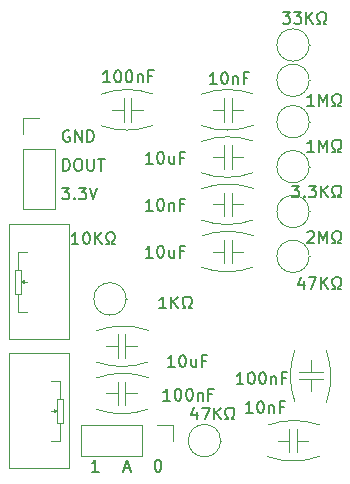
<source format=gto>
%TF.GenerationSoftware,KiCad,Pcbnew,8.0.5*%
%TF.CreationDate,2024-10-26T00:27:54+08:00*%
%TF.ProjectId,BISS0001_SOP-16_TH,42495353-3030-4303-915f-534f502d3136,rev?*%
%TF.SameCoordinates,Original*%
%TF.FileFunction,Legend,Top*%
%TF.FilePolarity,Positive*%
%FSLAX46Y46*%
G04 Gerber Fmt 4.6, Leading zero omitted, Abs format (unit mm)*
G04 Created by KiCad (PCBNEW 8.0.5) date 2024-10-26 00:27:54*
%MOMM*%
%LPD*%
G01*
G04 APERTURE LIST*
%ADD10C,0.150000*%
%ADD11C,0.120000*%
G04 APERTURE END LIST*
D10*
X80560588Y-76767438D02*
X80465350Y-76719819D01*
X80465350Y-76719819D02*
X80322493Y-76719819D01*
X80322493Y-76719819D02*
X80179636Y-76767438D01*
X80179636Y-76767438D02*
X80084398Y-76862676D01*
X80084398Y-76862676D02*
X80036779Y-76957914D01*
X80036779Y-76957914D02*
X79989160Y-77148390D01*
X79989160Y-77148390D02*
X79989160Y-77291247D01*
X79989160Y-77291247D02*
X80036779Y-77481723D01*
X80036779Y-77481723D02*
X80084398Y-77576961D01*
X80084398Y-77576961D02*
X80179636Y-77672200D01*
X80179636Y-77672200D02*
X80322493Y-77719819D01*
X80322493Y-77719819D02*
X80417731Y-77719819D01*
X80417731Y-77719819D02*
X80560588Y-77672200D01*
X80560588Y-77672200D02*
X80608207Y-77624580D01*
X80608207Y-77624580D02*
X80608207Y-77291247D01*
X80608207Y-77291247D02*
X80417731Y-77291247D01*
X81036779Y-77719819D02*
X81036779Y-76719819D01*
X81036779Y-76719819D02*
X81608207Y-77719819D01*
X81608207Y-77719819D02*
X81608207Y-76719819D01*
X82084398Y-77719819D02*
X82084398Y-76719819D01*
X82084398Y-76719819D02*
X82322493Y-76719819D01*
X82322493Y-76719819D02*
X82465350Y-76767438D01*
X82465350Y-76767438D02*
X82560588Y-76862676D01*
X82560588Y-76862676D02*
X82608207Y-76957914D01*
X82608207Y-76957914D02*
X82655826Y-77148390D01*
X82655826Y-77148390D02*
X82655826Y-77291247D01*
X82655826Y-77291247D02*
X82608207Y-77481723D01*
X82608207Y-77481723D02*
X82560588Y-77576961D01*
X82560588Y-77576961D02*
X82465350Y-77672200D01*
X82465350Y-77672200D02*
X82322493Y-77719819D01*
X82322493Y-77719819D02*
X82084398Y-77719819D01*
X80036779Y-80144819D02*
X80036779Y-79144819D01*
X80036779Y-79144819D02*
X80274874Y-79144819D01*
X80274874Y-79144819D02*
X80417731Y-79192438D01*
X80417731Y-79192438D02*
X80512969Y-79287676D01*
X80512969Y-79287676D02*
X80560588Y-79382914D01*
X80560588Y-79382914D02*
X80608207Y-79573390D01*
X80608207Y-79573390D02*
X80608207Y-79716247D01*
X80608207Y-79716247D02*
X80560588Y-79906723D01*
X80560588Y-79906723D02*
X80512969Y-80001961D01*
X80512969Y-80001961D02*
X80417731Y-80097200D01*
X80417731Y-80097200D02*
X80274874Y-80144819D01*
X80274874Y-80144819D02*
X80036779Y-80144819D01*
X81227255Y-79144819D02*
X81417731Y-79144819D01*
X81417731Y-79144819D02*
X81512969Y-79192438D01*
X81512969Y-79192438D02*
X81608207Y-79287676D01*
X81608207Y-79287676D02*
X81655826Y-79478152D01*
X81655826Y-79478152D02*
X81655826Y-79811485D01*
X81655826Y-79811485D02*
X81608207Y-80001961D01*
X81608207Y-80001961D02*
X81512969Y-80097200D01*
X81512969Y-80097200D02*
X81417731Y-80144819D01*
X81417731Y-80144819D02*
X81227255Y-80144819D01*
X81227255Y-80144819D02*
X81132017Y-80097200D01*
X81132017Y-80097200D02*
X81036779Y-80001961D01*
X81036779Y-80001961D02*
X80989160Y-79811485D01*
X80989160Y-79811485D02*
X80989160Y-79478152D01*
X80989160Y-79478152D02*
X81036779Y-79287676D01*
X81036779Y-79287676D02*
X81132017Y-79192438D01*
X81132017Y-79192438D02*
X81227255Y-79144819D01*
X82084398Y-79144819D02*
X82084398Y-79954342D01*
X82084398Y-79954342D02*
X82132017Y-80049580D01*
X82132017Y-80049580D02*
X82179636Y-80097200D01*
X82179636Y-80097200D02*
X82274874Y-80144819D01*
X82274874Y-80144819D02*
X82465350Y-80144819D01*
X82465350Y-80144819D02*
X82560588Y-80097200D01*
X82560588Y-80097200D02*
X82608207Y-80049580D01*
X82608207Y-80049580D02*
X82655826Y-79954342D01*
X82655826Y-79954342D02*
X82655826Y-79144819D01*
X82989160Y-79144819D02*
X83560588Y-79144819D01*
X83274874Y-80144819D02*
X83274874Y-79144819D01*
X79941541Y-81569819D02*
X80560588Y-81569819D01*
X80560588Y-81569819D02*
X80227255Y-81950771D01*
X80227255Y-81950771D02*
X80370112Y-81950771D01*
X80370112Y-81950771D02*
X80465350Y-81998390D01*
X80465350Y-81998390D02*
X80512969Y-82046009D01*
X80512969Y-82046009D02*
X80560588Y-82141247D01*
X80560588Y-82141247D02*
X80560588Y-82379342D01*
X80560588Y-82379342D02*
X80512969Y-82474580D01*
X80512969Y-82474580D02*
X80465350Y-82522200D01*
X80465350Y-82522200D02*
X80370112Y-82569819D01*
X80370112Y-82569819D02*
X80084398Y-82569819D01*
X80084398Y-82569819D02*
X79989160Y-82522200D01*
X79989160Y-82522200D02*
X79941541Y-82474580D01*
X80989160Y-82474580D02*
X81036779Y-82522200D01*
X81036779Y-82522200D02*
X80989160Y-82569819D01*
X80989160Y-82569819D02*
X80941541Y-82522200D01*
X80941541Y-82522200D02*
X80989160Y-82474580D01*
X80989160Y-82474580D02*
X80989160Y-82569819D01*
X81370112Y-81569819D02*
X81989159Y-81569819D01*
X81989159Y-81569819D02*
X81655826Y-81950771D01*
X81655826Y-81950771D02*
X81798683Y-81950771D01*
X81798683Y-81950771D02*
X81893921Y-81998390D01*
X81893921Y-81998390D02*
X81941540Y-82046009D01*
X81941540Y-82046009D02*
X81989159Y-82141247D01*
X81989159Y-82141247D02*
X81989159Y-82379342D01*
X81989159Y-82379342D02*
X81941540Y-82474580D01*
X81941540Y-82474580D02*
X81893921Y-82522200D01*
X81893921Y-82522200D02*
X81798683Y-82569819D01*
X81798683Y-82569819D02*
X81512969Y-82569819D01*
X81512969Y-82569819D02*
X81417731Y-82522200D01*
X81417731Y-82522200D02*
X81370112Y-82474580D01*
X82274874Y-81569819D02*
X82608207Y-82569819D01*
X82608207Y-82569819D02*
X82941540Y-81569819D01*
X85186779Y-105334104D02*
X85662969Y-105334104D01*
X85091541Y-105619819D02*
X85424874Y-104619819D01*
X85424874Y-104619819D02*
X85758207Y-105619819D01*
X88027255Y-104619819D02*
X88122493Y-104619819D01*
X88122493Y-104619819D02*
X88217731Y-104667438D01*
X88217731Y-104667438D02*
X88265350Y-104715057D01*
X88265350Y-104715057D02*
X88312969Y-104810295D01*
X88312969Y-104810295D02*
X88360588Y-105000771D01*
X88360588Y-105000771D02*
X88360588Y-105238866D01*
X88360588Y-105238866D02*
X88312969Y-105429342D01*
X88312969Y-105429342D02*
X88265350Y-105524580D01*
X88265350Y-105524580D02*
X88217731Y-105572200D01*
X88217731Y-105572200D02*
X88122493Y-105619819D01*
X88122493Y-105619819D02*
X88027255Y-105619819D01*
X88027255Y-105619819D02*
X87932017Y-105572200D01*
X87932017Y-105572200D02*
X87884398Y-105524580D01*
X87884398Y-105524580D02*
X87836779Y-105429342D01*
X87836779Y-105429342D02*
X87789160Y-105238866D01*
X87789160Y-105238866D02*
X87789160Y-105000771D01*
X87789160Y-105000771D02*
X87836779Y-104810295D01*
X87836779Y-104810295D02*
X87884398Y-104715057D01*
X87884398Y-104715057D02*
X87932017Y-104667438D01*
X87932017Y-104667438D02*
X88027255Y-104619819D01*
X83060588Y-105619819D02*
X82489160Y-105619819D01*
X82774874Y-105619819D02*
X82774874Y-104619819D01*
X82774874Y-104619819D02*
X82679636Y-104762676D01*
X82679636Y-104762676D02*
X82584398Y-104857914D01*
X82584398Y-104857914D02*
X82489160Y-104905533D01*
X101297619Y-74654819D02*
X100726191Y-74654819D01*
X101011905Y-74654819D02*
X101011905Y-73654819D01*
X101011905Y-73654819D02*
X100916667Y-73797676D01*
X100916667Y-73797676D02*
X100821429Y-73892914D01*
X100821429Y-73892914D02*
X100726191Y-73940533D01*
X101726191Y-74654819D02*
X101726191Y-73654819D01*
X101726191Y-73654819D02*
X102059524Y-74369104D01*
X102059524Y-74369104D02*
X102392857Y-73654819D01*
X102392857Y-73654819D02*
X102392857Y-74654819D01*
X102821429Y-74654819D02*
X103059524Y-74654819D01*
X103059524Y-74654819D02*
X103059524Y-74464342D01*
X103059524Y-74464342D02*
X102964286Y-74416723D01*
X102964286Y-74416723D02*
X102869048Y-74321485D01*
X102869048Y-74321485D02*
X102821429Y-74178628D01*
X102821429Y-74178628D02*
X102821429Y-73940533D01*
X102821429Y-73940533D02*
X102869048Y-73797676D01*
X102869048Y-73797676D02*
X102964286Y-73702438D01*
X102964286Y-73702438D02*
X103107143Y-73654819D01*
X103107143Y-73654819D02*
X103297619Y-73654819D01*
X103297619Y-73654819D02*
X103440476Y-73702438D01*
X103440476Y-73702438D02*
X103535714Y-73797676D01*
X103535714Y-73797676D02*
X103583333Y-73940533D01*
X103583333Y-73940533D02*
X103583333Y-74178628D01*
X103583333Y-74178628D02*
X103535714Y-74321485D01*
X103535714Y-74321485D02*
X103440476Y-74416723D01*
X103440476Y-74416723D02*
X103345238Y-74464342D01*
X103345238Y-74464342D02*
X103345238Y-74654819D01*
X103345238Y-74654819D02*
X103583333Y-74654819D01*
X100392857Y-89488152D02*
X100392857Y-90154819D01*
X100154762Y-89107200D02*
X99916667Y-89821485D01*
X99916667Y-89821485D02*
X100535714Y-89821485D01*
X100821429Y-89154819D02*
X101488095Y-89154819D01*
X101488095Y-89154819D02*
X101059524Y-90154819D01*
X101869048Y-90154819D02*
X101869048Y-89154819D01*
X102440476Y-90154819D02*
X102011905Y-89583390D01*
X102440476Y-89154819D02*
X101869048Y-89726247D01*
X102821429Y-90154819D02*
X103059524Y-90154819D01*
X103059524Y-90154819D02*
X103059524Y-89964342D01*
X103059524Y-89964342D02*
X102964286Y-89916723D01*
X102964286Y-89916723D02*
X102869048Y-89821485D01*
X102869048Y-89821485D02*
X102821429Y-89678628D01*
X102821429Y-89678628D02*
X102821429Y-89440533D01*
X102821429Y-89440533D02*
X102869048Y-89297676D01*
X102869048Y-89297676D02*
X102964286Y-89202438D01*
X102964286Y-89202438D02*
X103107143Y-89154819D01*
X103107143Y-89154819D02*
X103297619Y-89154819D01*
X103297619Y-89154819D02*
X103440476Y-89202438D01*
X103440476Y-89202438D02*
X103535714Y-89297676D01*
X103535714Y-89297676D02*
X103583333Y-89440533D01*
X103583333Y-89440533D02*
X103583333Y-89678628D01*
X103583333Y-89678628D02*
X103535714Y-89821485D01*
X103535714Y-89821485D02*
X103440476Y-89916723D01*
X103440476Y-89916723D02*
X103345238Y-89964342D01*
X103345238Y-89964342D02*
X103345238Y-90154819D01*
X103345238Y-90154819D02*
X103583333Y-90154819D01*
X91342857Y-100538152D02*
X91342857Y-101204819D01*
X91104762Y-100157200D02*
X90866667Y-100871485D01*
X90866667Y-100871485D02*
X91485714Y-100871485D01*
X91771429Y-100204819D02*
X92438095Y-100204819D01*
X92438095Y-100204819D02*
X92009524Y-101204819D01*
X92819048Y-101204819D02*
X92819048Y-100204819D01*
X93390476Y-101204819D02*
X92961905Y-100633390D01*
X93390476Y-100204819D02*
X92819048Y-100776247D01*
X93771429Y-101204819D02*
X94009524Y-101204819D01*
X94009524Y-101204819D02*
X94009524Y-101014342D01*
X94009524Y-101014342D02*
X93914286Y-100966723D01*
X93914286Y-100966723D02*
X93819048Y-100871485D01*
X93819048Y-100871485D02*
X93771429Y-100728628D01*
X93771429Y-100728628D02*
X93771429Y-100490533D01*
X93771429Y-100490533D02*
X93819048Y-100347676D01*
X93819048Y-100347676D02*
X93914286Y-100252438D01*
X93914286Y-100252438D02*
X94057143Y-100204819D01*
X94057143Y-100204819D02*
X94247619Y-100204819D01*
X94247619Y-100204819D02*
X94390476Y-100252438D01*
X94390476Y-100252438D02*
X94485714Y-100347676D01*
X94485714Y-100347676D02*
X94533333Y-100490533D01*
X94533333Y-100490533D02*
X94533333Y-100728628D01*
X94533333Y-100728628D02*
X94485714Y-100871485D01*
X94485714Y-100871485D02*
X94390476Y-100966723D01*
X94390476Y-100966723D02*
X94295238Y-101014342D01*
X94295238Y-101014342D02*
X94295238Y-101204819D01*
X94295238Y-101204819D02*
X94533333Y-101204819D01*
X88764285Y-91804819D02*
X88192857Y-91804819D01*
X88478571Y-91804819D02*
X88478571Y-90804819D01*
X88478571Y-90804819D02*
X88383333Y-90947676D01*
X88383333Y-90947676D02*
X88288095Y-91042914D01*
X88288095Y-91042914D02*
X88192857Y-91090533D01*
X89192857Y-91804819D02*
X89192857Y-90804819D01*
X89764285Y-91804819D02*
X89335714Y-91233390D01*
X89764285Y-90804819D02*
X89192857Y-91376247D01*
X90145238Y-91804819D02*
X90383333Y-91804819D01*
X90383333Y-91804819D02*
X90383333Y-91614342D01*
X90383333Y-91614342D02*
X90288095Y-91566723D01*
X90288095Y-91566723D02*
X90192857Y-91471485D01*
X90192857Y-91471485D02*
X90145238Y-91328628D01*
X90145238Y-91328628D02*
X90145238Y-91090533D01*
X90145238Y-91090533D02*
X90192857Y-90947676D01*
X90192857Y-90947676D02*
X90288095Y-90852438D01*
X90288095Y-90852438D02*
X90430952Y-90804819D01*
X90430952Y-90804819D02*
X90621428Y-90804819D01*
X90621428Y-90804819D02*
X90764285Y-90852438D01*
X90764285Y-90852438D02*
X90859523Y-90947676D01*
X90859523Y-90947676D02*
X90907142Y-91090533D01*
X90907142Y-91090533D02*
X90907142Y-91328628D01*
X90907142Y-91328628D02*
X90859523Y-91471485D01*
X90859523Y-91471485D02*
X90764285Y-91566723D01*
X90764285Y-91566723D02*
X90669047Y-91614342D01*
X90669047Y-91614342D02*
X90669047Y-91804819D01*
X90669047Y-91804819D02*
X90907142Y-91804819D01*
X98619048Y-66704819D02*
X99238095Y-66704819D01*
X99238095Y-66704819D02*
X98904762Y-67085771D01*
X98904762Y-67085771D02*
X99047619Y-67085771D01*
X99047619Y-67085771D02*
X99142857Y-67133390D01*
X99142857Y-67133390D02*
X99190476Y-67181009D01*
X99190476Y-67181009D02*
X99238095Y-67276247D01*
X99238095Y-67276247D02*
X99238095Y-67514342D01*
X99238095Y-67514342D02*
X99190476Y-67609580D01*
X99190476Y-67609580D02*
X99142857Y-67657200D01*
X99142857Y-67657200D02*
X99047619Y-67704819D01*
X99047619Y-67704819D02*
X98761905Y-67704819D01*
X98761905Y-67704819D02*
X98666667Y-67657200D01*
X98666667Y-67657200D02*
X98619048Y-67609580D01*
X99571429Y-66704819D02*
X100190476Y-66704819D01*
X100190476Y-66704819D02*
X99857143Y-67085771D01*
X99857143Y-67085771D02*
X100000000Y-67085771D01*
X100000000Y-67085771D02*
X100095238Y-67133390D01*
X100095238Y-67133390D02*
X100142857Y-67181009D01*
X100142857Y-67181009D02*
X100190476Y-67276247D01*
X100190476Y-67276247D02*
X100190476Y-67514342D01*
X100190476Y-67514342D02*
X100142857Y-67609580D01*
X100142857Y-67609580D02*
X100095238Y-67657200D01*
X100095238Y-67657200D02*
X100000000Y-67704819D01*
X100000000Y-67704819D02*
X99714286Y-67704819D01*
X99714286Y-67704819D02*
X99619048Y-67657200D01*
X99619048Y-67657200D02*
X99571429Y-67609580D01*
X100619048Y-67704819D02*
X100619048Y-66704819D01*
X101190476Y-67704819D02*
X100761905Y-67133390D01*
X101190476Y-66704819D02*
X100619048Y-67276247D01*
X101571429Y-67704819D02*
X101809524Y-67704819D01*
X101809524Y-67704819D02*
X101809524Y-67514342D01*
X101809524Y-67514342D02*
X101714286Y-67466723D01*
X101714286Y-67466723D02*
X101619048Y-67371485D01*
X101619048Y-67371485D02*
X101571429Y-67228628D01*
X101571429Y-67228628D02*
X101571429Y-66990533D01*
X101571429Y-66990533D02*
X101619048Y-66847676D01*
X101619048Y-66847676D02*
X101714286Y-66752438D01*
X101714286Y-66752438D02*
X101857143Y-66704819D01*
X101857143Y-66704819D02*
X102047619Y-66704819D01*
X102047619Y-66704819D02*
X102190476Y-66752438D01*
X102190476Y-66752438D02*
X102285714Y-66847676D01*
X102285714Y-66847676D02*
X102333333Y-66990533D01*
X102333333Y-66990533D02*
X102333333Y-67228628D01*
X102333333Y-67228628D02*
X102285714Y-67371485D01*
X102285714Y-67371485D02*
X102190476Y-67466723D01*
X102190476Y-67466723D02*
X102095238Y-67514342D01*
X102095238Y-67514342D02*
X102095238Y-67704819D01*
X102095238Y-67704819D02*
X102333333Y-67704819D01*
X100726191Y-85375057D02*
X100773810Y-85327438D01*
X100773810Y-85327438D02*
X100869048Y-85279819D01*
X100869048Y-85279819D02*
X101107143Y-85279819D01*
X101107143Y-85279819D02*
X101202381Y-85327438D01*
X101202381Y-85327438D02*
X101250000Y-85375057D01*
X101250000Y-85375057D02*
X101297619Y-85470295D01*
X101297619Y-85470295D02*
X101297619Y-85565533D01*
X101297619Y-85565533D02*
X101250000Y-85708390D01*
X101250000Y-85708390D02*
X100678572Y-86279819D01*
X100678572Y-86279819D02*
X101297619Y-86279819D01*
X101726191Y-86279819D02*
X101726191Y-85279819D01*
X101726191Y-85279819D02*
X102059524Y-85994104D01*
X102059524Y-85994104D02*
X102392857Y-85279819D01*
X102392857Y-85279819D02*
X102392857Y-86279819D01*
X102821429Y-86279819D02*
X103059524Y-86279819D01*
X103059524Y-86279819D02*
X103059524Y-86089342D01*
X103059524Y-86089342D02*
X102964286Y-86041723D01*
X102964286Y-86041723D02*
X102869048Y-85946485D01*
X102869048Y-85946485D02*
X102821429Y-85803628D01*
X102821429Y-85803628D02*
X102821429Y-85565533D01*
X102821429Y-85565533D02*
X102869048Y-85422676D01*
X102869048Y-85422676D02*
X102964286Y-85327438D01*
X102964286Y-85327438D02*
X103107143Y-85279819D01*
X103107143Y-85279819D02*
X103297619Y-85279819D01*
X103297619Y-85279819D02*
X103440476Y-85327438D01*
X103440476Y-85327438D02*
X103535714Y-85422676D01*
X103535714Y-85422676D02*
X103583333Y-85565533D01*
X103583333Y-85565533D02*
X103583333Y-85803628D01*
X103583333Y-85803628D02*
X103535714Y-85946485D01*
X103535714Y-85946485D02*
X103440476Y-86041723D01*
X103440476Y-86041723D02*
X103345238Y-86089342D01*
X103345238Y-86089342D02*
X103345238Y-86279819D01*
X103345238Y-86279819D02*
X103583333Y-86279819D01*
X99392858Y-81404819D02*
X100011905Y-81404819D01*
X100011905Y-81404819D02*
X99678572Y-81785771D01*
X99678572Y-81785771D02*
X99821429Y-81785771D01*
X99821429Y-81785771D02*
X99916667Y-81833390D01*
X99916667Y-81833390D02*
X99964286Y-81881009D01*
X99964286Y-81881009D02*
X100011905Y-81976247D01*
X100011905Y-81976247D02*
X100011905Y-82214342D01*
X100011905Y-82214342D02*
X99964286Y-82309580D01*
X99964286Y-82309580D02*
X99916667Y-82357200D01*
X99916667Y-82357200D02*
X99821429Y-82404819D01*
X99821429Y-82404819D02*
X99535715Y-82404819D01*
X99535715Y-82404819D02*
X99440477Y-82357200D01*
X99440477Y-82357200D02*
X99392858Y-82309580D01*
X100440477Y-82309580D02*
X100488096Y-82357200D01*
X100488096Y-82357200D02*
X100440477Y-82404819D01*
X100440477Y-82404819D02*
X100392858Y-82357200D01*
X100392858Y-82357200D02*
X100440477Y-82309580D01*
X100440477Y-82309580D02*
X100440477Y-82404819D01*
X100821429Y-81404819D02*
X101440476Y-81404819D01*
X101440476Y-81404819D02*
X101107143Y-81785771D01*
X101107143Y-81785771D02*
X101250000Y-81785771D01*
X101250000Y-81785771D02*
X101345238Y-81833390D01*
X101345238Y-81833390D02*
X101392857Y-81881009D01*
X101392857Y-81881009D02*
X101440476Y-81976247D01*
X101440476Y-81976247D02*
X101440476Y-82214342D01*
X101440476Y-82214342D02*
X101392857Y-82309580D01*
X101392857Y-82309580D02*
X101345238Y-82357200D01*
X101345238Y-82357200D02*
X101250000Y-82404819D01*
X101250000Y-82404819D02*
X100964286Y-82404819D01*
X100964286Y-82404819D02*
X100869048Y-82357200D01*
X100869048Y-82357200D02*
X100821429Y-82309580D01*
X101869048Y-82404819D02*
X101869048Y-81404819D01*
X102440476Y-82404819D02*
X102011905Y-81833390D01*
X102440476Y-81404819D02*
X101869048Y-81976247D01*
X102821429Y-82404819D02*
X103059524Y-82404819D01*
X103059524Y-82404819D02*
X103059524Y-82214342D01*
X103059524Y-82214342D02*
X102964286Y-82166723D01*
X102964286Y-82166723D02*
X102869048Y-82071485D01*
X102869048Y-82071485D02*
X102821429Y-81928628D01*
X102821429Y-81928628D02*
X102821429Y-81690533D01*
X102821429Y-81690533D02*
X102869048Y-81547676D01*
X102869048Y-81547676D02*
X102964286Y-81452438D01*
X102964286Y-81452438D02*
X103107143Y-81404819D01*
X103107143Y-81404819D02*
X103297619Y-81404819D01*
X103297619Y-81404819D02*
X103440476Y-81452438D01*
X103440476Y-81452438D02*
X103535714Y-81547676D01*
X103535714Y-81547676D02*
X103583333Y-81690533D01*
X103583333Y-81690533D02*
X103583333Y-81928628D01*
X103583333Y-81928628D02*
X103535714Y-82071485D01*
X103535714Y-82071485D02*
X103440476Y-82166723D01*
X103440476Y-82166723D02*
X103345238Y-82214342D01*
X103345238Y-82214342D02*
X103345238Y-82404819D01*
X103345238Y-82404819D02*
X103583333Y-82404819D01*
X101297619Y-78529819D02*
X100726191Y-78529819D01*
X101011905Y-78529819D02*
X101011905Y-77529819D01*
X101011905Y-77529819D02*
X100916667Y-77672676D01*
X100916667Y-77672676D02*
X100821429Y-77767914D01*
X100821429Y-77767914D02*
X100726191Y-77815533D01*
X101726191Y-78529819D02*
X101726191Y-77529819D01*
X101726191Y-77529819D02*
X102059524Y-78244104D01*
X102059524Y-78244104D02*
X102392857Y-77529819D01*
X102392857Y-77529819D02*
X102392857Y-78529819D01*
X102821429Y-78529819D02*
X103059524Y-78529819D01*
X103059524Y-78529819D02*
X103059524Y-78339342D01*
X103059524Y-78339342D02*
X102964286Y-78291723D01*
X102964286Y-78291723D02*
X102869048Y-78196485D01*
X102869048Y-78196485D02*
X102821429Y-78053628D01*
X102821429Y-78053628D02*
X102821429Y-77815533D01*
X102821429Y-77815533D02*
X102869048Y-77672676D01*
X102869048Y-77672676D02*
X102964286Y-77577438D01*
X102964286Y-77577438D02*
X103107143Y-77529819D01*
X103107143Y-77529819D02*
X103297619Y-77529819D01*
X103297619Y-77529819D02*
X103440476Y-77577438D01*
X103440476Y-77577438D02*
X103535714Y-77672676D01*
X103535714Y-77672676D02*
X103583333Y-77815533D01*
X103583333Y-77815533D02*
X103583333Y-78053628D01*
X103583333Y-78053628D02*
X103535714Y-78196485D01*
X103535714Y-78196485D02*
X103440476Y-78291723D01*
X103440476Y-78291723D02*
X103345238Y-78339342D01*
X103345238Y-78339342D02*
X103345238Y-78529819D01*
X103345238Y-78529819D02*
X103583333Y-78529819D01*
X81338095Y-86354819D02*
X80766667Y-86354819D01*
X81052381Y-86354819D02*
X81052381Y-85354819D01*
X81052381Y-85354819D02*
X80957143Y-85497676D01*
X80957143Y-85497676D02*
X80861905Y-85592914D01*
X80861905Y-85592914D02*
X80766667Y-85640533D01*
X81957143Y-85354819D02*
X82052381Y-85354819D01*
X82052381Y-85354819D02*
X82147619Y-85402438D01*
X82147619Y-85402438D02*
X82195238Y-85450057D01*
X82195238Y-85450057D02*
X82242857Y-85545295D01*
X82242857Y-85545295D02*
X82290476Y-85735771D01*
X82290476Y-85735771D02*
X82290476Y-85973866D01*
X82290476Y-85973866D02*
X82242857Y-86164342D01*
X82242857Y-86164342D02*
X82195238Y-86259580D01*
X82195238Y-86259580D02*
X82147619Y-86307200D01*
X82147619Y-86307200D02*
X82052381Y-86354819D01*
X82052381Y-86354819D02*
X81957143Y-86354819D01*
X81957143Y-86354819D02*
X81861905Y-86307200D01*
X81861905Y-86307200D02*
X81814286Y-86259580D01*
X81814286Y-86259580D02*
X81766667Y-86164342D01*
X81766667Y-86164342D02*
X81719048Y-85973866D01*
X81719048Y-85973866D02*
X81719048Y-85735771D01*
X81719048Y-85735771D02*
X81766667Y-85545295D01*
X81766667Y-85545295D02*
X81814286Y-85450057D01*
X81814286Y-85450057D02*
X81861905Y-85402438D01*
X81861905Y-85402438D02*
X81957143Y-85354819D01*
X82719048Y-86354819D02*
X82719048Y-85354819D01*
X83290476Y-86354819D02*
X82861905Y-85783390D01*
X83290476Y-85354819D02*
X82719048Y-85926247D01*
X83671429Y-86354819D02*
X83909524Y-86354819D01*
X83909524Y-86354819D02*
X83909524Y-86164342D01*
X83909524Y-86164342D02*
X83814286Y-86116723D01*
X83814286Y-86116723D02*
X83719048Y-86021485D01*
X83719048Y-86021485D02*
X83671429Y-85878628D01*
X83671429Y-85878628D02*
X83671429Y-85640533D01*
X83671429Y-85640533D02*
X83719048Y-85497676D01*
X83719048Y-85497676D02*
X83814286Y-85402438D01*
X83814286Y-85402438D02*
X83957143Y-85354819D01*
X83957143Y-85354819D02*
X84147619Y-85354819D01*
X84147619Y-85354819D02*
X84290476Y-85402438D01*
X84290476Y-85402438D02*
X84385714Y-85497676D01*
X84385714Y-85497676D02*
X84433333Y-85640533D01*
X84433333Y-85640533D02*
X84433333Y-85878628D01*
X84433333Y-85878628D02*
X84385714Y-86021485D01*
X84385714Y-86021485D02*
X84290476Y-86116723D01*
X84290476Y-86116723D02*
X84195238Y-86164342D01*
X84195238Y-86164342D02*
X84195238Y-86354819D01*
X84195238Y-86354819D02*
X84433333Y-86354819D01*
X87628571Y-87504819D02*
X87057143Y-87504819D01*
X87342857Y-87504819D02*
X87342857Y-86504819D01*
X87342857Y-86504819D02*
X87247619Y-86647676D01*
X87247619Y-86647676D02*
X87152381Y-86742914D01*
X87152381Y-86742914D02*
X87057143Y-86790533D01*
X88247619Y-86504819D02*
X88342857Y-86504819D01*
X88342857Y-86504819D02*
X88438095Y-86552438D01*
X88438095Y-86552438D02*
X88485714Y-86600057D01*
X88485714Y-86600057D02*
X88533333Y-86695295D01*
X88533333Y-86695295D02*
X88580952Y-86885771D01*
X88580952Y-86885771D02*
X88580952Y-87123866D01*
X88580952Y-87123866D02*
X88533333Y-87314342D01*
X88533333Y-87314342D02*
X88485714Y-87409580D01*
X88485714Y-87409580D02*
X88438095Y-87457200D01*
X88438095Y-87457200D02*
X88342857Y-87504819D01*
X88342857Y-87504819D02*
X88247619Y-87504819D01*
X88247619Y-87504819D02*
X88152381Y-87457200D01*
X88152381Y-87457200D02*
X88104762Y-87409580D01*
X88104762Y-87409580D02*
X88057143Y-87314342D01*
X88057143Y-87314342D02*
X88009524Y-87123866D01*
X88009524Y-87123866D02*
X88009524Y-86885771D01*
X88009524Y-86885771D02*
X88057143Y-86695295D01*
X88057143Y-86695295D02*
X88104762Y-86600057D01*
X88104762Y-86600057D02*
X88152381Y-86552438D01*
X88152381Y-86552438D02*
X88247619Y-86504819D01*
X89438095Y-86838152D02*
X89438095Y-87504819D01*
X89009524Y-86838152D02*
X89009524Y-87361961D01*
X89009524Y-87361961D02*
X89057143Y-87457200D01*
X89057143Y-87457200D02*
X89152381Y-87504819D01*
X89152381Y-87504819D02*
X89295238Y-87504819D01*
X89295238Y-87504819D02*
X89390476Y-87457200D01*
X89390476Y-87457200D02*
X89438095Y-87409580D01*
X90247619Y-86981009D02*
X89914286Y-86981009D01*
X89914286Y-87504819D02*
X89914286Y-86504819D01*
X89914286Y-86504819D02*
X90390476Y-86504819D01*
X89478571Y-96754819D02*
X88907143Y-96754819D01*
X89192857Y-96754819D02*
X89192857Y-95754819D01*
X89192857Y-95754819D02*
X89097619Y-95897676D01*
X89097619Y-95897676D02*
X89002381Y-95992914D01*
X89002381Y-95992914D02*
X88907143Y-96040533D01*
X90097619Y-95754819D02*
X90192857Y-95754819D01*
X90192857Y-95754819D02*
X90288095Y-95802438D01*
X90288095Y-95802438D02*
X90335714Y-95850057D01*
X90335714Y-95850057D02*
X90383333Y-95945295D01*
X90383333Y-95945295D02*
X90430952Y-96135771D01*
X90430952Y-96135771D02*
X90430952Y-96373866D01*
X90430952Y-96373866D02*
X90383333Y-96564342D01*
X90383333Y-96564342D02*
X90335714Y-96659580D01*
X90335714Y-96659580D02*
X90288095Y-96707200D01*
X90288095Y-96707200D02*
X90192857Y-96754819D01*
X90192857Y-96754819D02*
X90097619Y-96754819D01*
X90097619Y-96754819D02*
X90002381Y-96707200D01*
X90002381Y-96707200D02*
X89954762Y-96659580D01*
X89954762Y-96659580D02*
X89907143Y-96564342D01*
X89907143Y-96564342D02*
X89859524Y-96373866D01*
X89859524Y-96373866D02*
X89859524Y-96135771D01*
X89859524Y-96135771D02*
X89907143Y-95945295D01*
X89907143Y-95945295D02*
X89954762Y-95850057D01*
X89954762Y-95850057D02*
X90002381Y-95802438D01*
X90002381Y-95802438D02*
X90097619Y-95754819D01*
X91288095Y-96088152D02*
X91288095Y-96754819D01*
X90859524Y-96088152D02*
X90859524Y-96611961D01*
X90859524Y-96611961D02*
X90907143Y-96707200D01*
X90907143Y-96707200D02*
X91002381Y-96754819D01*
X91002381Y-96754819D02*
X91145238Y-96754819D01*
X91145238Y-96754819D02*
X91240476Y-96707200D01*
X91240476Y-96707200D02*
X91288095Y-96659580D01*
X92097619Y-96231009D02*
X91764286Y-96231009D01*
X91764286Y-96754819D02*
X91764286Y-95754819D01*
X91764286Y-95754819D02*
X92240476Y-95754819D01*
X96078571Y-100654819D02*
X95507143Y-100654819D01*
X95792857Y-100654819D02*
X95792857Y-99654819D01*
X95792857Y-99654819D02*
X95697619Y-99797676D01*
X95697619Y-99797676D02*
X95602381Y-99892914D01*
X95602381Y-99892914D02*
X95507143Y-99940533D01*
X96697619Y-99654819D02*
X96792857Y-99654819D01*
X96792857Y-99654819D02*
X96888095Y-99702438D01*
X96888095Y-99702438D02*
X96935714Y-99750057D01*
X96935714Y-99750057D02*
X96983333Y-99845295D01*
X96983333Y-99845295D02*
X97030952Y-100035771D01*
X97030952Y-100035771D02*
X97030952Y-100273866D01*
X97030952Y-100273866D02*
X96983333Y-100464342D01*
X96983333Y-100464342D02*
X96935714Y-100559580D01*
X96935714Y-100559580D02*
X96888095Y-100607200D01*
X96888095Y-100607200D02*
X96792857Y-100654819D01*
X96792857Y-100654819D02*
X96697619Y-100654819D01*
X96697619Y-100654819D02*
X96602381Y-100607200D01*
X96602381Y-100607200D02*
X96554762Y-100559580D01*
X96554762Y-100559580D02*
X96507143Y-100464342D01*
X96507143Y-100464342D02*
X96459524Y-100273866D01*
X96459524Y-100273866D02*
X96459524Y-100035771D01*
X96459524Y-100035771D02*
X96507143Y-99845295D01*
X96507143Y-99845295D02*
X96554762Y-99750057D01*
X96554762Y-99750057D02*
X96602381Y-99702438D01*
X96602381Y-99702438D02*
X96697619Y-99654819D01*
X97459524Y-99988152D02*
X97459524Y-100654819D01*
X97459524Y-100083390D02*
X97507143Y-100035771D01*
X97507143Y-100035771D02*
X97602381Y-99988152D01*
X97602381Y-99988152D02*
X97745238Y-99988152D01*
X97745238Y-99988152D02*
X97840476Y-100035771D01*
X97840476Y-100035771D02*
X97888095Y-100131009D01*
X97888095Y-100131009D02*
X97888095Y-100654819D01*
X98697619Y-100131009D02*
X98364286Y-100131009D01*
X98364286Y-100654819D02*
X98364286Y-99654819D01*
X98364286Y-99654819D02*
X98840476Y-99654819D01*
X84002380Y-72654819D02*
X83430952Y-72654819D01*
X83716666Y-72654819D02*
X83716666Y-71654819D01*
X83716666Y-71654819D02*
X83621428Y-71797676D01*
X83621428Y-71797676D02*
X83526190Y-71892914D01*
X83526190Y-71892914D02*
X83430952Y-71940533D01*
X84621428Y-71654819D02*
X84716666Y-71654819D01*
X84716666Y-71654819D02*
X84811904Y-71702438D01*
X84811904Y-71702438D02*
X84859523Y-71750057D01*
X84859523Y-71750057D02*
X84907142Y-71845295D01*
X84907142Y-71845295D02*
X84954761Y-72035771D01*
X84954761Y-72035771D02*
X84954761Y-72273866D01*
X84954761Y-72273866D02*
X84907142Y-72464342D01*
X84907142Y-72464342D02*
X84859523Y-72559580D01*
X84859523Y-72559580D02*
X84811904Y-72607200D01*
X84811904Y-72607200D02*
X84716666Y-72654819D01*
X84716666Y-72654819D02*
X84621428Y-72654819D01*
X84621428Y-72654819D02*
X84526190Y-72607200D01*
X84526190Y-72607200D02*
X84478571Y-72559580D01*
X84478571Y-72559580D02*
X84430952Y-72464342D01*
X84430952Y-72464342D02*
X84383333Y-72273866D01*
X84383333Y-72273866D02*
X84383333Y-72035771D01*
X84383333Y-72035771D02*
X84430952Y-71845295D01*
X84430952Y-71845295D02*
X84478571Y-71750057D01*
X84478571Y-71750057D02*
X84526190Y-71702438D01*
X84526190Y-71702438D02*
X84621428Y-71654819D01*
X85573809Y-71654819D02*
X85669047Y-71654819D01*
X85669047Y-71654819D02*
X85764285Y-71702438D01*
X85764285Y-71702438D02*
X85811904Y-71750057D01*
X85811904Y-71750057D02*
X85859523Y-71845295D01*
X85859523Y-71845295D02*
X85907142Y-72035771D01*
X85907142Y-72035771D02*
X85907142Y-72273866D01*
X85907142Y-72273866D02*
X85859523Y-72464342D01*
X85859523Y-72464342D02*
X85811904Y-72559580D01*
X85811904Y-72559580D02*
X85764285Y-72607200D01*
X85764285Y-72607200D02*
X85669047Y-72654819D01*
X85669047Y-72654819D02*
X85573809Y-72654819D01*
X85573809Y-72654819D02*
X85478571Y-72607200D01*
X85478571Y-72607200D02*
X85430952Y-72559580D01*
X85430952Y-72559580D02*
X85383333Y-72464342D01*
X85383333Y-72464342D02*
X85335714Y-72273866D01*
X85335714Y-72273866D02*
X85335714Y-72035771D01*
X85335714Y-72035771D02*
X85383333Y-71845295D01*
X85383333Y-71845295D02*
X85430952Y-71750057D01*
X85430952Y-71750057D02*
X85478571Y-71702438D01*
X85478571Y-71702438D02*
X85573809Y-71654819D01*
X86335714Y-71988152D02*
X86335714Y-72654819D01*
X86335714Y-72083390D02*
X86383333Y-72035771D01*
X86383333Y-72035771D02*
X86478571Y-71988152D01*
X86478571Y-71988152D02*
X86621428Y-71988152D01*
X86621428Y-71988152D02*
X86716666Y-72035771D01*
X86716666Y-72035771D02*
X86764285Y-72131009D01*
X86764285Y-72131009D02*
X86764285Y-72654819D01*
X87573809Y-72131009D02*
X87240476Y-72131009D01*
X87240476Y-72654819D02*
X87240476Y-71654819D01*
X87240476Y-71654819D02*
X87716666Y-71654819D01*
X89102380Y-99604819D02*
X88530952Y-99604819D01*
X88816666Y-99604819D02*
X88816666Y-98604819D01*
X88816666Y-98604819D02*
X88721428Y-98747676D01*
X88721428Y-98747676D02*
X88626190Y-98842914D01*
X88626190Y-98842914D02*
X88530952Y-98890533D01*
X89721428Y-98604819D02*
X89816666Y-98604819D01*
X89816666Y-98604819D02*
X89911904Y-98652438D01*
X89911904Y-98652438D02*
X89959523Y-98700057D01*
X89959523Y-98700057D02*
X90007142Y-98795295D01*
X90007142Y-98795295D02*
X90054761Y-98985771D01*
X90054761Y-98985771D02*
X90054761Y-99223866D01*
X90054761Y-99223866D02*
X90007142Y-99414342D01*
X90007142Y-99414342D02*
X89959523Y-99509580D01*
X89959523Y-99509580D02*
X89911904Y-99557200D01*
X89911904Y-99557200D02*
X89816666Y-99604819D01*
X89816666Y-99604819D02*
X89721428Y-99604819D01*
X89721428Y-99604819D02*
X89626190Y-99557200D01*
X89626190Y-99557200D02*
X89578571Y-99509580D01*
X89578571Y-99509580D02*
X89530952Y-99414342D01*
X89530952Y-99414342D02*
X89483333Y-99223866D01*
X89483333Y-99223866D02*
X89483333Y-98985771D01*
X89483333Y-98985771D02*
X89530952Y-98795295D01*
X89530952Y-98795295D02*
X89578571Y-98700057D01*
X89578571Y-98700057D02*
X89626190Y-98652438D01*
X89626190Y-98652438D02*
X89721428Y-98604819D01*
X90673809Y-98604819D02*
X90769047Y-98604819D01*
X90769047Y-98604819D02*
X90864285Y-98652438D01*
X90864285Y-98652438D02*
X90911904Y-98700057D01*
X90911904Y-98700057D02*
X90959523Y-98795295D01*
X90959523Y-98795295D02*
X91007142Y-98985771D01*
X91007142Y-98985771D02*
X91007142Y-99223866D01*
X91007142Y-99223866D02*
X90959523Y-99414342D01*
X90959523Y-99414342D02*
X90911904Y-99509580D01*
X90911904Y-99509580D02*
X90864285Y-99557200D01*
X90864285Y-99557200D02*
X90769047Y-99604819D01*
X90769047Y-99604819D02*
X90673809Y-99604819D01*
X90673809Y-99604819D02*
X90578571Y-99557200D01*
X90578571Y-99557200D02*
X90530952Y-99509580D01*
X90530952Y-99509580D02*
X90483333Y-99414342D01*
X90483333Y-99414342D02*
X90435714Y-99223866D01*
X90435714Y-99223866D02*
X90435714Y-98985771D01*
X90435714Y-98985771D02*
X90483333Y-98795295D01*
X90483333Y-98795295D02*
X90530952Y-98700057D01*
X90530952Y-98700057D02*
X90578571Y-98652438D01*
X90578571Y-98652438D02*
X90673809Y-98604819D01*
X91435714Y-98938152D02*
X91435714Y-99604819D01*
X91435714Y-99033390D02*
X91483333Y-98985771D01*
X91483333Y-98985771D02*
X91578571Y-98938152D01*
X91578571Y-98938152D02*
X91721428Y-98938152D01*
X91721428Y-98938152D02*
X91816666Y-98985771D01*
X91816666Y-98985771D02*
X91864285Y-99081009D01*
X91864285Y-99081009D02*
X91864285Y-99604819D01*
X92673809Y-99081009D02*
X92340476Y-99081009D01*
X92340476Y-99604819D02*
X92340476Y-98604819D01*
X92340476Y-98604819D02*
X92816666Y-98604819D01*
X95302380Y-98204819D02*
X94730952Y-98204819D01*
X95016666Y-98204819D02*
X95016666Y-97204819D01*
X95016666Y-97204819D02*
X94921428Y-97347676D01*
X94921428Y-97347676D02*
X94826190Y-97442914D01*
X94826190Y-97442914D02*
X94730952Y-97490533D01*
X95921428Y-97204819D02*
X96016666Y-97204819D01*
X96016666Y-97204819D02*
X96111904Y-97252438D01*
X96111904Y-97252438D02*
X96159523Y-97300057D01*
X96159523Y-97300057D02*
X96207142Y-97395295D01*
X96207142Y-97395295D02*
X96254761Y-97585771D01*
X96254761Y-97585771D02*
X96254761Y-97823866D01*
X96254761Y-97823866D02*
X96207142Y-98014342D01*
X96207142Y-98014342D02*
X96159523Y-98109580D01*
X96159523Y-98109580D02*
X96111904Y-98157200D01*
X96111904Y-98157200D02*
X96016666Y-98204819D01*
X96016666Y-98204819D02*
X95921428Y-98204819D01*
X95921428Y-98204819D02*
X95826190Y-98157200D01*
X95826190Y-98157200D02*
X95778571Y-98109580D01*
X95778571Y-98109580D02*
X95730952Y-98014342D01*
X95730952Y-98014342D02*
X95683333Y-97823866D01*
X95683333Y-97823866D02*
X95683333Y-97585771D01*
X95683333Y-97585771D02*
X95730952Y-97395295D01*
X95730952Y-97395295D02*
X95778571Y-97300057D01*
X95778571Y-97300057D02*
X95826190Y-97252438D01*
X95826190Y-97252438D02*
X95921428Y-97204819D01*
X96873809Y-97204819D02*
X96969047Y-97204819D01*
X96969047Y-97204819D02*
X97064285Y-97252438D01*
X97064285Y-97252438D02*
X97111904Y-97300057D01*
X97111904Y-97300057D02*
X97159523Y-97395295D01*
X97159523Y-97395295D02*
X97207142Y-97585771D01*
X97207142Y-97585771D02*
X97207142Y-97823866D01*
X97207142Y-97823866D02*
X97159523Y-98014342D01*
X97159523Y-98014342D02*
X97111904Y-98109580D01*
X97111904Y-98109580D02*
X97064285Y-98157200D01*
X97064285Y-98157200D02*
X96969047Y-98204819D01*
X96969047Y-98204819D02*
X96873809Y-98204819D01*
X96873809Y-98204819D02*
X96778571Y-98157200D01*
X96778571Y-98157200D02*
X96730952Y-98109580D01*
X96730952Y-98109580D02*
X96683333Y-98014342D01*
X96683333Y-98014342D02*
X96635714Y-97823866D01*
X96635714Y-97823866D02*
X96635714Y-97585771D01*
X96635714Y-97585771D02*
X96683333Y-97395295D01*
X96683333Y-97395295D02*
X96730952Y-97300057D01*
X96730952Y-97300057D02*
X96778571Y-97252438D01*
X96778571Y-97252438D02*
X96873809Y-97204819D01*
X97635714Y-97538152D02*
X97635714Y-98204819D01*
X97635714Y-97633390D02*
X97683333Y-97585771D01*
X97683333Y-97585771D02*
X97778571Y-97538152D01*
X97778571Y-97538152D02*
X97921428Y-97538152D01*
X97921428Y-97538152D02*
X98016666Y-97585771D01*
X98016666Y-97585771D02*
X98064285Y-97681009D01*
X98064285Y-97681009D02*
X98064285Y-98204819D01*
X98873809Y-97681009D02*
X98540476Y-97681009D01*
X98540476Y-98204819D02*
X98540476Y-97204819D01*
X98540476Y-97204819D02*
X99016666Y-97204819D01*
X87628571Y-83529819D02*
X87057143Y-83529819D01*
X87342857Y-83529819D02*
X87342857Y-82529819D01*
X87342857Y-82529819D02*
X87247619Y-82672676D01*
X87247619Y-82672676D02*
X87152381Y-82767914D01*
X87152381Y-82767914D02*
X87057143Y-82815533D01*
X88247619Y-82529819D02*
X88342857Y-82529819D01*
X88342857Y-82529819D02*
X88438095Y-82577438D01*
X88438095Y-82577438D02*
X88485714Y-82625057D01*
X88485714Y-82625057D02*
X88533333Y-82720295D01*
X88533333Y-82720295D02*
X88580952Y-82910771D01*
X88580952Y-82910771D02*
X88580952Y-83148866D01*
X88580952Y-83148866D02*
X88533333Y-83339342D01*
X88533333Y-83339342D02*
X88485714Y-83434580D01*
X88485714Y-83434580D02*
X88438095Y-83482200D01*
X88438095Y-83482200D02*
X88342857Y-83529819D01*
X88342857Y-83529819D02*
X88247619Y-83529819D01*
X88247619Y-83529819D02*
X88152381Y-83482200D01*
X88152381Y-83482200D02*
X88104762Y-83434580D01*
X88104762Y-83434580D02*
X88057143Y-83339342D01*
X88057143Y-83339342D02*
X88009524Y-83148866D01*
X88009524Y-83148866D02*
X88009524Y-82910771D01*
X88009524Y-82910771D02*
X88057143Y-82720295D01*
X88057143Y-82720295D02*
X88104762Y-82625057D01*
X88104762Y-82625057D02*
X88152381Y-82577438D01*
X88152381Y-82577438D02*
X88247619Y-82529819D01*
X89009524Y-82863152D02*
X89009524Y-83529819D01*
X89009524Y-82958390D02*
X89057143Y-82910771D01*
X89057143Y-82910771D02*
X89152381Y-82863152D01*
X89152381Y-82863152D02*
X89295238Y-82863152D01*
X89295238Y-82863152D02*
X89390476Y-82910771D01*
X89390476Y-82910771D02*
X89438095Y-83006009D01*
X89438095Y-83006009D02*
X89438095Y-83529819D01*
X90247619Y-83006009D02*
X89914286Y-83006009D01*
X89914286Y-83529819D02*
X89914286Y-82529819D01*
X89914286Y-82529819D02*
X90390476Y-82529819D01*
X87628571Y-79554819D02*
X87057143Y-79554819D01*
X87342857Y-79554819D02*
X87342857Y-78554819D01*
X87342857Y-78554819D02*
X87247619Y-78697676D01*
X87247619Y-78697676D02*
X87152381Y-78792914D01*
X87152381Y-78792914D02*
X87057143Y-78840533D01*
X88247619Y-78554819D02*
X88342857Y-78554819D01*
X88342857Y-78554819D02*
X88438095Y-78602438D01*
X88438095Y-78602438D02*
X88485714Y-78650057D01*
X88485714Y-78650057D02*
X88533333Y-78745295D01*
X88533333Y-78745295D02*
X88580952Y-78935771D01*
X88580952Y-78935771D02*
X88580952Y-79173866D01*
X88580952Y-79173866D02*
X88533333Y-79364342D01*
X88533333Y-79364342D02*
X88485714Y-79459580D01*
X88485714Y-79459580D02*
X88438095Y-79507200D01*
X88438095Y-79507200D02*
X88342857Y-79554819D01*
X88342857Y-79554819D02*
X88247619Y-79554819D01*
X88247619Y-79554819D02*
X88152381Y-79507200D01*
X88152381Y-79507200D02*
X88104762Y-79459580D01*
X88104762Y-79459580D02*
X88057143Y-79364342D01*
X88057143Y-79364342D02*
X88009524Y-79173866D01*
X88009524Y-79173866D02*
X88009524Y-78935771D01*
X88009524Y-78935771D02*
X88057143Y-78745295D01*
X88057143Y-78745295D02*
X88104762Y-78650057D01*
X88104762Y-78650057D02*
X88152381Y-78602438D01*
X88152381Y-78602438D02*
X88247619Y-78554819D01*
X89438095Y-78888152D02*
X89438095Y-79554819D01*
X89009524Y-78888152D02*
X89009524Y-79411961D01*
X89009524Y-79411961D02*
X89057143Y-79507200D01*
X89057143Y-79507200D02*
X89152381Y-79554819D01*
X89152381Y-79554819D02*
X89295238Y-79554819D01*
X89295238Y-79554819D02*
X89390476Y-79507200D01*
X89390476Y-79507200D02*
X89438095Y-79459580D01*
X90247619Y-79031009D02*
X89914286Y-79031009D01*
X89914286Y-79554819D02*
X89914286Y-78554819D01*
X89914286Y-78554819D02*
X90390476Y-78554819D01*
X93028571Y-72804819D02*
X92457143Y-72804819D01*
X92742857Y-72804819D02*
X92742857Y-71804819D01*
X92742857Y-71804819D02*
X92647619Y-71947676D01*
X92647619Y-71947676D02*
X92552381Y-72042914D01*
X92552381Y-72042914D02*
X92457143Y-72090533D01*
X93647619Y-71804819D02*
X93742857Y-71804819D01*
X93742857Y-71804819D02*
X93838095Y-71852438D01*
X93838095Y-71852438D02*
X93885714Y-71900057D01*
X93885714Y-71900057D02*
X93933333Y-71995295D01*
X93933333Y-71995295D02*
X93980952Y-72185771D01*
X93980952Y-72185771D02*
X93980952Y-72423866D01*
X93980952Y-72423866D02*
X93933333Y-72614342D01*
X93933333Y-72614342D02*
X93885714Y-72709580D01*
X93885714Y-72709580D02*
X93838095Y-72757200D01*
X93838095Y-72757200D02*
X93742857Y-72804819D01*
X93742857Y-72804819D02*
X93647619Y-72804819D01*
X93647619Y-72804819D02*
X93552381Y-72757200D01*
X93552381Y-72757200D02*
X93504762Y-72709580D01*
X93504762Y-72709580D02*
X93457143Y-72614342D01*
X93457143Y-72614342D02*
X93409524Y-72423866D01*
X93409524Y-72423866D02*
X93409524Y-72185771D01*
X93409524Y-72185771D02*
X93457143Y-71995295D01*
X93457143Y-71995295D02*
X93504762Y-71900057D01*
X93504762Y-71900057D02*
X93552381Y-71852438D01*
X93552381Y-71852438D02*
X93647619Y-71804819D01*
X94409524Y-72138152D02*
X94409524Y-72804819D01*
X94409524Y-72233390D02*
X94457143Y-72185771D01*
X94457143Y-72185771D02*
X94552381Y-72138152D01*
X94552381Y-72138152D02*
X94695238Y-72138152D01*
X94695238Y-72138152D02*
X94790476Y-72185771D01*
X94790476Y-72185771D02*
X94838095Y-72281009D01*
X94838095Y-72281009D02*
X94838095Y-72804819D01*
X95647619Y-72281009D02*
X95314286Y-72281009D01*
X95314286Y-72804819D02*
X95314286Y-71804819D01*
X95314286Y-71804819D02*
X95790476Y-71804819D01*
D11*
%TO.C,R8*%
X100870000Y-72500000D02*
X100940000Y-72500000D01*
X100870000Y-72500000D02*
G75*
G02*
X98130000Y-72500000I-1370000J0D01*
G01*
X98130000Y-72500000D02*
G75*
G02*
X100870000Y-72500000I1370000J0D01*
G01*
%TO.C,R7*%
X100870000Y-87400000D02*
X100940000Y-87400000D01*
X100870000Y-87400000D02*
G75*
G02*
X98130000Y-87400000I-1370000J0D01*
G01*
X98130000Y-87400000D02*
G75*
G02*
X100870000Y-87400000I1370000J0D01*
G01*
%TO.C,R6*%
X93370000Y-103000000D02*
X93440000Y-103000000D01*
X93370000Y-103000000D02*
G75*
G02*
X90630000Y-103000000I-1370000J0D01*
G01*
X90630000Y-103000000D02*
G75*
G02*
X93370000Y-103000000I1370000J0D01*
G01*
%TO.C,R5*%
X85370000Y-91000000D02*
X85440000Y-91000000D01*
X85370000Y-91000000D02*
G75*
G02*
X82630000Y-91000000I-1370000J0D01*
G01*
X82630000Y-91000000D02*
G75*
G02*
X85370000Y-91000000I1370000J0D01*
G01*
%TO.C,R4*%
X100870000Y-69500000D02*
X100940000Y-69500000D01*
X100870000Y-69500000D02*
G75*
G02*
X98130000Y-69500000I-1370000J0D01*
G01*
X98130000Y-69500000D02*
G75*
G02*
X100870000Y-69500000I1370000J0D01*
G01*
%TO.C,R3*%
X100870000Y-83600000D02*
G75*
G02*
X98130000Y-83600000I-1370000J0D01*
G01*
X98130000Y-83600000D02*
G75*
G02*
X100870000Y-83600000I1370000J0D01*
G01*
X100870000Y-83600000D02*
X100940000Y-83600000D01*
%TO.C,R2*%
X100870000Y-79800000D02*
X100940000Y-79800000D01*
X100870000Y-79800000D02*
G75*
G02*
X98130000Y-79800000I-1370000J0D01*
G01*
X98130000Y-79800000D02*
G75*
G02*
X100870000Y-79800000I1370000J0D01*
G01*
%TO.C,R1*%
X100870000Y-76000000D02*
X100940000Y-76000000D01*
X100870000Y-76000000D02*
G75*
G02*
X98130000Y-76000000I-1370000J0D01*
G01*
X98130000Y-76000000D02*
G75*
G02*
X100870000Y-76000000I1370000J0D01*
G01*
%TO.C,PR2*%
X75470000Y-94425000D02*
X80540000Y-94425000D01*
X75470000Y-94425000D02*
X75470000Y-84655000D01*
X80540000Y-94425000D02*
X80540000Y-84655000D01*
X76222000Y-92080000D02*
X76984000Y-92080000D01*
X76222000Y-90556000D02*
X76222000Y-92080000D01*
X76476000Y-89540000D02*
X76984000Y-89540000D01*
X76222000Y-88524000D02*
X76222000Y-87000000D01*
X76222000Y-87000000D02*
X76984000Y-87000000D01*
X75470000Y-84655000D02*
X80540000Y-84655000D01*
X75968000Y-90556000D02*
X76476000Y-90556000D01*
X76476000Y-88524000D01*
X75968000Y-88524000D01*
X75968000Y-90556000D01*
X76730000Y-89667000D02*
X76476000Y-89540000D01*
X76730000Y-89413000D01*
X76730000Y-89667000D01*
G36*
X76730000Y-89667000D02*
G01*
X76476000Y-89540000D01*
X76730000Y-89413000D01*
X76730000Y-89667000D01*
G37*
%TO.C,PR1*%
X80530000Y-95575000D02*
X75460000Y-95575000D01*
X80530000Y-95575000D02*
X80530000Y-105345000D01*
X75460000Y-95575000D02*
X75460000Y-105345000D01*
X79778000Y-97920000D02*
X79016000Y-97920000D01*
X79778000Y-99444000D02*
X79778000Y-97920000D01*
X79524000Y-100460000D02*
X79016000Y-100460000D01*
X79778000Y-101476000D02*
X79778000Y-103000000D01*
X79778000Y-103000000D02*
X79016000Y-103000000D01*
X80530000Y-105345000D02*
X75460000Y-105345000D01*
X80032000Y-99444000D02*
X79524000Y-99444000D01*
X79524000Y-101476000D01*
X80032000Y-101476000D01*
X80032000Y-99444000D01*
X79524000Y-100460000D02*
X79270000Y-100587000D01*
X79270000Y-100333000D01*
X79524000Y-100460000D01*
G36*
X79524000Y-100460000D02*
G01*
X79270000Y-100587000D01*
X79270000Y-100333000D01*
X79524000Y-100460000D01*
G37*
%TO.C,H3*%
X76670000Y-75670000D02*
X78000000Y-75670000D01*
X76670000Y-77000000D02*
X76670000Y-75670000D01*
X76670000Y-78270000D02*
X76670000Y-83410000D01*
X76670000Y-78270000D02*
X79330000Y-78270000D01*
X76670000Y-83410000D02*
X79330000Y-83410000D01*
X79330000Y-78270000D02*
X79330000Y-83410000D01*
%TO.C,H1*%
X89330000Y-101670000D02*
X89330000Y-103000000D01*
X88000000Y-101670000D02*
X89330000Y-101670000D01*
X86730000Y-101670000D02*
X81590000Y-101670000D01*
X86730000Y-101670000D02*
X86730000Y-104330000D01*
X81590000Y-101670000D02*
X81590000Y-104330000D01*
X86730000Y-104330000D02*
X81590000Y-104330000D01*
%TO.C,C12*%
X92700000Y-87000000D02*
X93700000Y-87000000D01*
X93700000Y-87000000D02*
X93700000Y-86000000D01*
X93700000Y-87000000D02*
X93700000Y-88000000D01*
X94300000Y-86000000D02*
X94300000Y-88000000D01*
X94300000Y-87000000D02*
X95300000Y-87000000D01*
X91761356Y-85666500D02*
G75*
G02*
X96135500Y-85646324I2215144J-6075820D01*
G01*
X96128144Y-88313323D02*
G75*
G02*
X91754000Y-88333499I-2215144J6075823D01*
G01*
%TO.C,C11*%
X82871856Y-93686677D02*
G75*
G02*
X87246000Y-93666501I2215144J-6075823D01*
G01*
X87238644Y-96333500D02*
G75*
G02*
X82864500Y-96353676I-2215144J6075820D01*
G01*
X84700000Y-95000000D02*
X83700000Y-95000000D01*
X84700000Y-96000000D02*
X84700000Y-94000000D01*
X85300000Y-95000000D02*
X85300000Y-94000000D01*
X85300000Y-95000000D02*
X85300000Y-96000000D01*
X86300000Y-95000000D02*
X85300000Y-95000000D01*
%TO.C,C10*%
X100800000Y-103000000D02*
X99800000Y-103000000D01*
X99800000Y-103000000D02*
X99800000Y-104000000D01*
X99800000Y-103000000D02*
X99800000Y-102000000D01*
X99200000Y-104000000D02*
X99200000Y-102000000D01*
X99200000Y-103000000D02*
X98200000Y-103000000D01*
X101738644Y-104333500D02*
G75*
G02*
X97364500Y-104353676I-2215144J6075820D01*
G01*
X97371856Y-101686677D02*
G75*
G02*
X101746000Y-101666501I2215144J-6075823D01*
G01*
%TO.C,C9*%
X87628144Y-76313323D02*
G75*
G02*
X83254000Y-76333499I-2215144J6075823D01*
G01*
X83261356Y-73666500D02*
G75*
G02*
X87635500Y-73646324I2215144J-6075820D01*
G01*
X85800000Y-75000000D02*
X86800000Y-75000000D01*
X85800000Y-74000000D02*
X85800000Y-76000000D01*
X85200000Y-75000000D02*
X85200000Y-76000000D01*
X85200000Y-75000000D02*
X85200000Y-74000000D01*
X84200000Y-75000000D02*
X85200000Y-75000000D01*
%TO.C,C6*%
X82871856Y-97686677D02*
G75*
G02*
X87246000Y-97666501I2215144J-6075823D01*
G01*
X87238644Y-100333500D02*
G75*
G02*
X82864500Y-100353676I-2215144J6075820D01*
G01*
X84700000Y-99000000D02*
X83700000Y-99000000D01*
X84700000Y-100000000D02*
X84700000Y-98000000D01*
X85300000Y-99000000D02*
X85300000Y-98000000D01*
X85300000Y-99000000D02*
X85300000Y-100000000D01*
X86300000Y-99000000D02*
X85300000Y-99000000D01*
%TO.C,C5*%
X101000000Y-98800000D02*
X101000000Y-97800000D01*
X101000000Y-97800000D02*
X100000000Y-97800000D01*
X101000000Y-97800000D02*
X102000000Y-97800000D01*
X100000000Y-97200000D02*
X102000000Y-97200000D01*
X101000000Y-97200000D02*
X101000000Y-96200000D01*
X99666500Y-99738644D02*
G75*
G02*
X99646324Y-95364500I6075820J2215144D01*
G01*
X102313323Y-95371856D02*
G75*
G02*
X102333499Y-99746000I-6075823J-2215144D01*
G01*
%TO.C,C3*%
X92700000Y-83000000D02*
X93700000Y-83000000D01*
X93700000Y-83000000D02*
X93700000Y-82000000D01*
X93700000Y-83000000D02*
X93700000Y-84000000D01*
X94300000Y-82000000D02*
X94300000Y-84000000D01*
X94300000Y-83000000D02*
X95300000Y-83000000D01*
X91761356Y-81666500D02*
G75*
G02*
X96135500Y-81646324I2215144J-6075820D01*
G01*
X96128144Y-84313323D02*
G75*
G02*
X91754000Y-84333499I-2215144J6075823D01*
G01*
%TO.C,C2*%
X92700000Y-79000000D02*
X93700000Y-79000000D01*
X93700000Y-79000000D02*
X93700000Y-78000000D01*
X93700000Y-79000000D02*
X93700000Y-80000000D01*
X94300000Y-78000000D02*
X94300000Y-80000000D01*
X94300000Y-79000000D02*
X95300000Y-79000000D01*
X91761356Y-77666500D02*
G75*
G02*
X96135500Y-77646324I2215144J-6075820D01*
G01*
X96128144Y-80313323D02*
G75*
G02*
X91754000Y-80333499I-2215144J6075823D01*
G01*
%TO.C,C1*%
X92700000Y-75000000D02*
X93700000Y-75000000D01*
X93700000Y-75000000D02*
X93700000Y-74000000D01*
X93700000Y-75000000D02*
X93700000Y-76000000D01*
X94300000Y-74000000D02*
X94300000Y-76000000D01*
X94300000Y-75000000D02*
X95300000Y-75000000D01*
X91761356Y-73666500D02*
G75*
G02*
X96135500Y-73646324I2215144J-6075820D01*
G01*
X96128144Y-76313323D02*
G75*
G02*
X91754000Y-76333499I-2215144J6075823D01*
G01*
%TD*%
M02*

</source>
